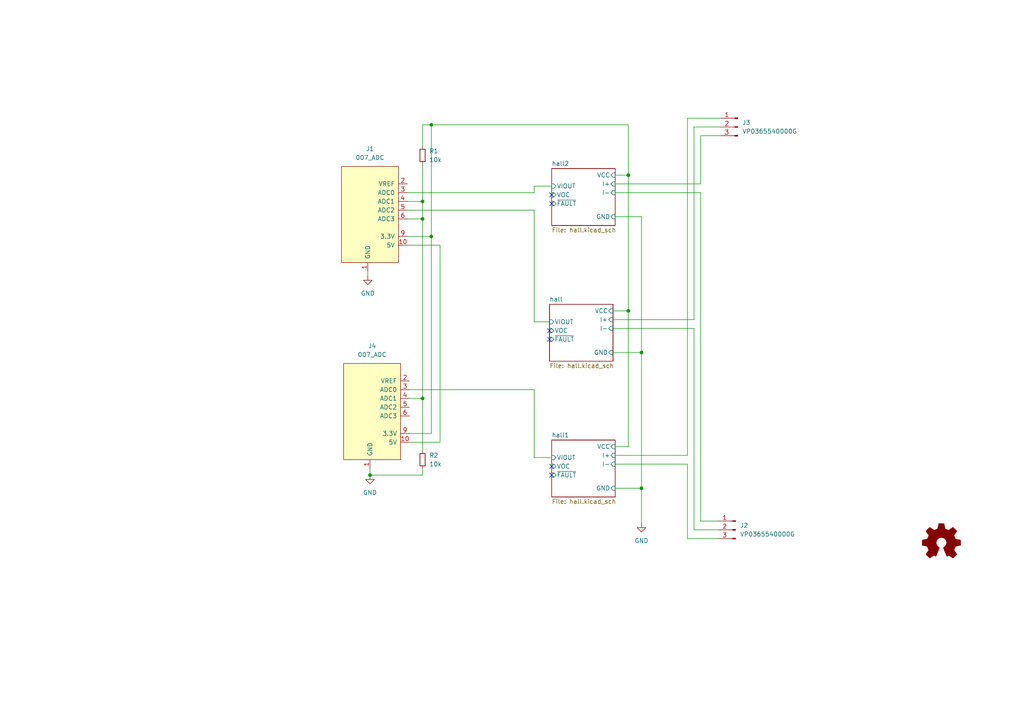
<source format=kicad_sch>
(kicad_sch (version 20211123) (generator eeschema)

  (uuid 57732dd3-1162-4c3f-88bd-31bf473d124d)

  (paper "A4")

  (lib_symbols
    (symbol "Connector:Conn_01x03_Male" (pin_names (offset 1.016) hide) (in_bom yes) (on_board yes)
      (property "Reference" "J" (id 0) (at 0 5.08 0)
        (effects (font (size 1.27 1.27)))
      )
      (property "Value" "Conn_01x03_Male" (id 1) (at 0 -5.08 0)
        (effects (font (size 1.27 1.27)))
      )
      (property "Footprint" "" (id 2) (at 0 0 0)
        (effects (font (size 1.27 1.27)) hide)
      )
      (property "Datasheet" "~" (id 3) (at 0 0 0)
        (effects (font (size 1.27 1.27)) hide)
      )
      (property "ki_keywords" "connector" (id 4) (at 0 0 0)
        (effects (font (size 1.27 1.27)) hide)
      )
      (property "ki_description" "Generic connector, single row, 01x03, script generated (kicad-library-utils/schlib/autogen/connector/)" (id 5) (at 0 0 0)
        (effects (font (size 1.27 1.27)) hide)
      )
      (property "ki_fp_filters" "Connector*:*_1x??_*" (id 6) (at 0 0 0)
        (effects (font (size 1.27 1.27)) hide)
      )
      (symbol "Conn_01x03_Male_1_1"
        (polyline
          (pts
            (xy 1.27 -2.54)
            (xy 0.8636 -2.54)
          )
          (stroke (width 0.1524) (type default) (color 0 0 0 0))
          (fill (type none))
        )
        (polyline
          (pts
            (xy 1.27 0)
            (xy 0.8636 0)
          )
          (stroke (width 0.1524) (type default) (color 0 0 0 0))
          (fill (type none))
        )
        (polyline
          (pts
            (xy 1.27 2.54)
            (xy 0.8636 2.54)
          )
          (stroke (width 0.1524) (type default) (color 0 0 0 0))
          (fill (type none))
        )
        (rectangle (start 0.8636 -2.413) (end 0 -2.667)
          (stroke (width 0.1524) (type default) (color 0 0 0 0))
          (fill (type outline))
        )
        (rectangle (start 0.8636 0.127) (end 0 -0.127)
          (stroke (width 0.1524) (type default) (color 0 0 0 0))
          (fill (type outline))
        )
        (rectangle (start 0.8636 2.667) (end 0 2.413)
          (stroke (width 0.1524) (type default) (color 0 0 0 0))
          (fill (type outline))
        )
        (pin passive line (at 5.08 2.54 180) (length 3.81)
          (name "Pin_1" (effects (font (size 1.27 1.27))))
          (number "1" (effects (font (size 1.27 1.27))))
        )
        (pin passive line (at 5.08 0 180) (length 3.81)
          (name "Pin_2" (effects (font (size 1.27 1.27))))
          (number "2" (effects (font (size 1.27 1.27))))
        )
        (pin passive line (at 5.08 -2.54 180) (length 3.81)
          (name "Pin_3" (effects (font (size 1.27 1.27))))
          (number "3" (effects (font (size 1.27 1.27))))
        )
      )
    )
    (symbol "Device:R_Small" (pin_numbers hide) (pin_names (offset 0.254) hide) (in_bom yes) (on_board yes)
      (property "Reference" "R" (id 0) (at 0.762 0.508 0)
        (effects (font (size 1.27 1.27)) (justify left))
      )
      (property "Value" "R_Small" (id 1) (at 0.762 -1.016 0)
        (effects (font (size 1.27 1.27)) (justify left))
      )
      (property "Footprint" "" (id 2) (at 0 0 0)
        (effects (font (size 1.27 1.27)) hide)
      )
      (property "Datasheet" "~" (id 3) (at 0 0 0)
        (effects (font (size 1.27 1.27)) hide)
      )
      (property "ki_keywords" "R resistor" (id 4) (at 0 0 0)
        (effects (font (size 1.27 1.27)) hide)
      )
      (property "ki_description" "Resistor, small symbol" (id 5) (at 0 0 0)
        (effects (font (size 1.27 1.27)) hide)
      )
      (property "ki_fp_filters" "R_*" (id 6) (at 0 0 0)
        (effects (font (size 1.27 1.27)) hide)
      )
      (symbol "R_Small_0_1"
        (rectangle (start -0.762 1.778) (end 0.762 -1.778)
          (stroke (width 0.2032) (type default) (color 0 0 0 0))
          (fill (type none))
        )
      )
      (symbol "R_Small_1_1"
        (pin passive line (at 0 2.54 270) (length 0.762)
          (name "~" (effects (font (size 1.27 1.27))))
          (number "1" (effects (font (size 1.27 1.27))))
        )
        (pin passive line (at 0 -2.54 90) (length 0.762)
          (name "~" (effects (font (size 1.27 1.27))))
          (number "2" (effects (font (size 1.27 1.27))))
        )
      )
    )
    (symbol "Graphic:Logo_Open_Hardware_Small" (pin_names (offset 1.016)) (in_bom yes) (on_board yes)
      (property "Reference" "#LOGO" (id 0) (at 0 6.985 0)
        (effects (font (size 1.27 1.27)) hide)
      )
      (property "Value" "Logo_Open_Hardware_Small" (id 1) (at 0 -5.715 0)
        (effects (font (size 1.27 1.27)) hide)
      )
      (property "Footprint" "" (id 2) (at 0 0 0)
        (effects (font (size 1.27 1.27)) hide)
      )
      (property "Datasheet" "~" (id 3) (at 0 0 0)
        (effects (font (size 1.27 1.27)) hide)
      )
      (property "ki_keywords" "Logo" (id 4) (at 0 0 0)
        (effects (font (size 1.27 1.27)) hide)
      )
      (property "ki_description" "Open Hardware logo, small" (id 5) (at 0 0 0)
        (effects (font (size 1.27 1.27)) hide)
      )
      (symbol "Logo_Open_Hardware_Small_0_1"
        (polyline
          (pts
            (xy 3.3528 -4.3434)
            (xy 3.302 -4.318)
            (xy 3.175 -4.2418)
            (xy 2.9972 -4.1148)
            (xy 2.7686 -3.9624)
            (xy 2.54 -3.81)
            (xy 2.3622 -3.7084)
            (xy 2.2352 -3.6068)
            (xy 2.1844 -3.5814)
            (xy 2.159 -3.6068)
            (xy 2.0574 -3.6576)
            (xy 1.905 -3.7338)
            (xy 1.8034 -3.7846)
            (xy 1.6764 -3.8354)
            (xy 1.6002 -3.8354)
            (xy 1.6002 -3.8354)
            (xy 1.5494 -3.7338)
            (xy 1.4732 -3.5306)
            (xy 1.3462 -3.302)
            (xy 1.2446 -3.0226)
            (xy 1.1176 -2.7178)
            (xy 0.9652 -2.413)
            (xy 0.8636 -2.1082)
            (xy 0.7366 -1.8288)
            (xy 0.6604 -1.6256)
            (xy 0.6096 -1.4732)
            (xy 0.5842 -1.397)
            (xy 0.5842 -1.397)
            (xy 0.6604 -1.3208)
            (xy 0.7874 -1.2446)
            (xy 1.0414 -1.016)
            (xy 1.2954 -0.6858)
            (xy 1.4478 -0.3302)
            (xy 1.524 0.0762)
            (xy 1.4732 0.4572)
            (xy 1.3208 0.8128)
            (xy 1.0668 1.143)
            (xy 0.762 1.3716)
            (xy 0.4064 1.524)
            (xy 0 1.5748)
            (xy -0.381 1.5494)
            (xy -0.7366 1.397)
            (xy -1.0668 1.143)
            (xy -1.2192 0.9906)
            (xy -1.397 0.6604)
            (xy -1.524 0.3048)
            (xy -1.524 0.2286)
            (xy -1.4986 -0.1778)
            (xy -1.397 -0.5334)
            (xy -1.1938 -0.8636)
            (xy -0.9144 -1.143)
            (xy -0.8636 -1.1684)
            (xy -0.7366 -1.27)
            (xy -0.635 -1.3462)
            (xy -0.5842 -1.397)
            (xy -1.0668 -2.5908)
            (xy -1.143 -2.794)
            (xy -1.2954 -3.1242)
            (xy -1.397 -3.4036)
            (xy -1.4986 -3.6322)
            (xy -1.5748 -3.7846)
            (xy -1.6002 -3.8354)
            (xy -1.6002 -3.8354)
            (xy -1.651 -3.8354)
            (xy -1.7272 -3.81)
            (xy -1.905 -3.7338)
            (xy -2.0066 -3.683)
            (xy -2.1336 -3.6068)
            (xy -2.2098 -3.5814)
            (xy -2.2606 -3.6068)
            (xy -2.3622 -3.683)
            (xy -2.54 -3.81)
            (xy -2.7686 -3.9624)
            (xy -2.9718 -4.0894)
            (xy -3.1496 -4.2164)
            (xy -3.302 -4.318)
            (xy -3.3528 -4.3434)
            (xy -3.3782 -4.3434)
            (xy -3.429 -4.318)
            (xy -3.5306 -4.2164)
            (xy -3.7084 -4.064)
            (xy -3.937 -3.8354)
            (xy -3.9624 -3.81)
            (xy -4.1656 -3.6068)
            (xy -4.318 -3.4544)
            (xy -4.4196 -3.3274)
            (xy -4.445 -3.2766)
            (xy -4.445 -3.2766)
            (xy -4.4196 -3.2258)
            (xy -4.318 -3.0734)
            (xy -4.2164 -2.8956)
            (xy -4.064 -2.667)
            (xy -3.6576 -2.0828)
            (xy -3.8862 -1.5494)
            (xy -3.937 -1.3716)
            (xy -4.0386 -1.1684)
            (xy -4.0894 -1.0414)
            (xy -4.1148 -0.9652)
            (xy -4.191 -0.9398)
            (xy -4.318 -0.9144)
            (xy -4.5466 -0.8636)
            (xy -4.8006 -0.8128)
            (xy -5.0546 -0.7874)
            (xy -5.2578 -0.7366)
            (xy -5.4356 -0.7112)
            (xy -5.5118 -0.6858)
            (xy -5.5118 -0.6858)
            (xy -5.5372 -0.635)
            (xy -5.5372 -0.5588)
            (xy -5.5372 -0.4318)
            (xy -5.5626 -0.2286)
            (xy -5.5626 0.0762)
            (xy -5.5626 0.127)
            (xy -5.5372 0.4064)
            (xy -5.5372 0.635)
            (xy -5.5372 0.762)
            (xy -5.5372 0.8382)
            (xy -5.5372 0.8382)
            (xy -5.461 0.8382)
            (xy -5.3086 0.889)
            (xy -5.08 0.9144)
            (xy -4.826 0.9652)
            (xy -4.8006 0.9906)
            (xy -4.5466 1.0414)
            (xy -4.318 1.0668)
            (xy -4.1656 1.1176)
            (xy -4.0894 1.143)
            (xy -4.0894 1.143)
            (xy -4.0386 1.2446)
            (xy -3.9624 1.4224)
            (xy -3.8608 1.6256)
            (xy -3.7846 1.8288)
            (xy -3.7084 2.0066)
            (xy -3.6576 2.159)
            (xy -3.6322 2.2098)
            (xy -3.6322 2.2098)
            (xy -3.683 2.286)
            (xy -3.7592 2.413)
            (xy -3.8862 2.5908)
            (xy -4.064 2.8194)
            (xy -4.064 2.8448)
            (xy -4.2164 3.0734)
            (xy -4.3434 3.2512)
            (xy -4.4196 3.3782)
            (xy -4.445 3.4544)
            (xy -4.445 3.4544)
            (xy -4.3942 3.5052)
            (xy -4.2926 3.6322)
            (xy -4.1148 3.81)
            (xy -3.937 4.0132)
            (xy -3.8608 4.064)
            (xy -3.6576 4.2926)
            (xy -3.5052 4.4196)
            (xy -3.4036 4.4958)
            (xy -3.3528 4.5212)
            (xy -3.3528 4.5212)
            (xy -3.302 4.4704)
            (xy -3.1496 4.3688)
            (xy -2.9718 4.2418)
            (xy -2.7432 4.0894)
            (xy -2.7178 4.0894)
            (xy -2.4892 3.937)
            (xy -2.3114 3.81)
            (xy -2.1844 3.7084)
            (xy -2.1336 3.683)
            (xy -2.1082 3.683)
            (xy -2.032 3.7084)
            (xy -1.8542 3.7592)
            (xy -1.6764 3.8354)
            (xy -1.4732 3.937)
            (xy -1.27 4.0132)
            (xy -1.143 4.064)
            (xy -1.0668 4.1148)
            (xy -1.0668 4.1148)
            (xy -1.0414 4.191)
            (xy -1.016 4.3434)
            (xy -0.9652 4.572)
            (xy -0.9144 4.8514)
            (xy -0.889 4.9022)
            (xy -0.8382 5.1562)
            (xy -0.8128 5.3848)
            (xy -0.7874 5.5372)
            (xy -0.762 5.588)
            (xy -0.7112 5.6134)
            (xy -0.5842 5.6134)
            (xy -0.4064 5.6134)
            (xy -0.1524 5.6134)
            (xy 0.0762 5.6134)
            (xy 0.3302 5.6134)
            (xy 0.5334 5.6134)
            (xy 0.6858 5.588)
            (xy 0.7366 5.588)
            (xy 0.7366 5.588)
            (xy 0.762 5.5118)
            (xy 0.8128 5.334)
            (xy 0.8382 5.1054)
            (xy 0.9144 4.826)
            (xy 0.9144 4.7752)
            (xy 0.9652 4.5212)
            (xy 1.016 4.2926)
            (xy 1.0414 4.1402)
            (xy 1.0668 4.0894)
            (xy 1.0668 4.0894)
            (xy 1.1938 4.0386)
            (xy 1.3716 3.9624)
            (xy 1.5748 3.8608)
            (xy 2.0828 3.6576)
            (xy 2.7178 4.0894)
            (xy 2.7686 4.1402)
            (xy 2.9972 4.2926)
            (xy 3.175 4.4196)
            (xy 3.302 4.4958)
            (xy 3.3782 4.5212)
            (xy 3.3782 4.5212)
            (xy 3.429 4.4704)
            (xy 3.556 4.3434)
            (xy 3.7338 4.191)
            (xy 3.9116 3.9878)
            (xy 4.064 3.8354)
            (xy 4.2418 3.6576)
            (xy 4.3434 3.556)
            (xy 4.4196 3.4798)
            (xy 4.4196 3.429)
            (xy 4.4196 3.4036)
            (xy 4.3942 3.3274)
            (xy 4.2926 3.2004)
            (xy 4.1656 2.9972)
            (xy 4.0132 2.794)
            (xy 3.8862 2.5908)
            (xy 3.7592 2.3876)
            (xy 3.6576 2.2352)
            (xy 3.6322 2.159)
            (xy 3.6322 2.1336)
            (xy 3.683 2.0066)
            (xy 3.7592 1.8288)
            (xy 3.8608 1.6002)
            (xy 4.064 1.1176)
            (xy 4.3942 1.0414)
            (xy 4.5974 1.016)
            (xy 4.8768 0.9652)
            (xy 5.1308 0.9144)
            (xy 5.5372 0.8382)
            (xy 5.5626 -0.6604)
            (xy 5.4864 -0.6858)
            (xy 5.4356 -0.6858)
            (xy 5.2832 -0.7366)
            (xy 5.0546 -0.762)
            (xy 4.8006 -0.8128)
            (xy 4.5974 -0.8636)
            (xy 4.3688 -0.9144)
            (xy 4.2164 -0.9398)
            (xy 4.1402 -0.9398)
            (xy 4.1148 -0.9652)
            (xy 4.064 -1.0668)
            (xy 3.9878 -1.2446)
            (xy 3.9116 -1.4478)
            (xy 3.81 -1.651)
            (xy 3.7338 -1.8542)
            (xy 3.683 -2.0066)
            (xy 3.6576 -2.0828)
            (xy 3.683 -2.1336)
            (xy 3.7846 -2.2606)
            (xy 3.8862 -2.4638)
            (xy 4.0386 -2.667)
            (xy 4.191 -2.8956)
            (xy 4.318 -3.0734)
            (xy 4.3942 -3.2004)
            (xy 4.445 -3.2766)
            (xy 4.4196 -3.3274)
            (xy 4.3434 -3.429)
            (xy 4.1656 -3.5814)
            (xy 3.937 -3.8354)
            (xy 3.8862 -3.8608)
            (xy 3.683 -4.064)
            (xy 3.5306 -4.2164)
            (xy 3.4036 -4.318)
            (xy 3.3528 -4.3434)
          )
          (stroke (width 0) (type default) (color 0 0 0 0))
          (fill (type outline))
        )
      )
    )
    (symbol "power:GND" (power) (pin_names (offset 0)) (in_bom yes) (on_board yes)
      (property "Reference" "#PWR" (id 0) (at 0 -6.35 0)
        (effects (font (size 1.27 1.27)) hide)
      )
      (property "Value" "GND" (id 1) (at 0 -3.81 0)
        (effects (font (size 1.27 1.27)))
      )
      (property "Footprint" "" (id 2) (at 0 0 0)
        (effects (font (size 1.27 1.27)) hide)
      )
      (property "Datasheet" "" (id 3) (at 0 0 0)
        (effects (font (size 1.27 1.27)) hide)
      )
      (property "ki_keywords" "power-flag" (id 4) (at 0 0 0)
        (effects (font (size 1.27 1.27)) hide)
      )
      (property "ki_description" "Power symbol creates a global label with name \"GND\" , ground" (id 5) (at 0 0 0)
        (effects (font (size 1.27 1.27)) hide)
      )
      (symbol "GND_0_1"
        (polyline
          (pts
            (xy 0 0)
            (xy 0 -1.27)
            (xy 1.27 -1.27)
            (xy 0 -2.54)
            (xy -1.27 -1.27)
            (xy 0 -1.27)
          )
          (stroke (width 0) (type default) (color 0 0 0 0))
          (fill (type none))
        )
      )
      (symbol "GND_1_1"
        (pin power_in line (at 0 0 270) (length 0) hide
          (name "GND" (effects (font (size 1.27 1.27))))
          (number "1" (effects (font (size 1.27 1.27))))
        )
      )
    )
    (symbol "put_on_edge:007_ADC" (pin_names (offset 1.016)) (in_bom yes) (on_board yes)
      (property "Reference" "J" (id 0) (at -2.54 13.97 0)
        (effects (font (size 1.27 1.27)))
      )
      (property "Value" "007_ADC" (id 1) (at 8.89 13.97 0)
        (effects (font (size 1.27 1.27)))
      )
      (property "Footprint" "" (id 2) (at 7.62 16.51 0)
        (effects (font (size 1.27 1.27)) hide)
      )
      (property "Datasheet" "" (id 3) (at 7.62 16.51 0)
        (effects (font (size 1.27 1.27)) hide)
      )
      (symbol "007_ADC_0_1"
        (rectangle (start -8.89 12.7) (end 7.62 -15.24)
          (stroke (width 0) (type default) (color 0 0 0 0))
          (fill (type background))
        )
      )
      (symbol "007_ADC_1_1"
        (pin power_in line (at 0 -17.78 90) (length 2.54)
          (name "GND" (effects (font (size 1.27 1.27))))
          (number "1" (effects (font (size 1.27 1.27))))
        )
        (pin bidirectional line (at -11.43 -10.16 0) (length 2.54)
          (name "5V" (effects (font (size 1.27 1.27))))
          (number "10" (effects (font (size 1.27 1.27))))
        )
        (pin bidirectional line (at -11.43 7.62 0) (length 2.54)
          (name "VREF" (effects (font (size 1.27 1.27))))
          (number "2" (effects (font (size 1.27 1.27))))
        )
        (pin power_in line (at -11.43 5.08 0) (length 2.54)
          (name "ADC0" (effects (font (size 1.27 1.27))))
          (number "3" (effects (font (size 1.27 1.27))))
        )
        (pin bidirectional line (at -11.43 2.54 0) (length 2.54)
          (name "ADC1" (effects (font (size 1.27 1.27))))
          (number "4" (effects (font (size 1.27 1.27))))
        )
        (pin bidirectional line (at -11.43 0 0) (length 2.54)
          (name "ADC2" (effects (font (size 1.27 1.27))))
          (number "5" (effects (font (size 1.27 1.27))))
        )
        (pin bidirectional line (at -11.43 -2.54 0) (length 2.54)
          (name "ADC3" (effects (font (size 1.27 1.27))))
          (number "6" (effects (font (size 1.27 1.27))))
        )
        (pin bidirectional line (at -11.43 -7.62 0) (length 2.54)
          (name "3.3V" (effects (font (size 1.27 1.27))))
          (number "9" (effects (font (size 1.27 1.27))))
        )
      )
    )
  )

  (junction (at 186.055 141.605) (diameter 0) (color 0 0 0 0)
    (uuid 8c49e085-c823-414c-9182-8d43d84447cc)
  )
  (junction (at 186.055 102.235) (diameter 0) (color 0 0 0 0)
    (uuid 91e04b1c-49e4-4516-9910-ca6bc1c8c539)
  )
  (junction (at 107.315 137.795) (diameter 0) (color 0 0 0 0)
    (uuid 990485ac-8945-450c-9ab2-a5bbc6e4f2dc)
  )
  (junction (at 182.245 90.17) (diameter 0) (color 0 0 0 0)
    (uuid a938f2eb-6f64-4bd9-85e0-acb0fc0e4dea)
  )
  (junction (at 125.095 68.58) (diameter 0) (color 0 0 0 0)
    (uuid d8e1db75-176c-4c73-a4e7-e09a47f29e33)
  )
  (junction (at 182.245 50.8) (diameter 0) (color 0 0 0 0)
    (uuid d98074db-1c85-4abb-8dd6-399736945bc7)
  )
  (junction (at 122.555 115.57) (diameter 0) (color 0 0 0 0)
    (uuid d9d03663-0add-43dd-b2e8-0a88661b86de)
  )
  (junction (at 122.555 63.5) (diameter 0) (color 0 0 0 0)
    (uuid e24f5710-2043-4e8f-bbef-f1d0933c17ce)
  )
  (junction (at 122.555 58.42) (diameter 0) (color 0 0 0 0)
    (uuid f45b5bbf-6012-4576-a6c1-82abf0b2be9f)
  )
  (junction (at 125.095 36.195) (diameter 0) (color 0 0 0 0)
    (uuid fd25786d-a33f-4774-8e96-cf1c3b1964ca)
  )

  (no_connect (at 160.02 135.255) (uuid 5204d7b1-986c-49fe-94f3-60f8b19f8d0e))
  (no_connect (at 160.02 59.055) (uuid 5204d7b1-986c-49fe-94f3-60f8b19f8d0f))
  (no_connect (at 160.02 56.515) (uuid 5204d7b1-986c-49fe-94f3-60f8b19f8d10))
  (no_connect (at 159.385 95.885) (uuid 5204d7b1-986c-49fe-94f3-60f8b19f8d11))
  (no_connect (at 159.385 98.425) (uuid 5204d7b1-986c-49fe-94f3-60f8b19f8d12))
  (no_connect (at 160.02 137.795) (uuid 5204d7b1-986c-49fe-94f3-60f8b19f8d13))

  (wire (pts (xy 118.11 63.5) (xy 122.555 63.5))
    (stroke (width 0) (type default) (color 0 0 0 0))
    (uuid 01102856-c29b-405b-a9c7-bdb6a3dab1af)
  )
  (wire (pts (xy 118.11 71.12) (xy 127.635 71.12))
    (stroke (width 0) (type default) (color 0 0 0 0))
    (uuid 0160ae22-8e18-4bdf-9b3e-a331bd832c01)
  )
  (wire (pts (xy 203.2 151.13) (xy 203.2 55.88))
    (stroke (width 0) (type default) (color 0 0 0 0))
    (uuid 0aea3170-b661-4a99-bace-f9c74c1761c8)
  )
  (wire (pts (xy 118.11 60.96) (xy 154.94 60.96))
    (stroke (width 0) (type default) (color 0 0 0 0))
    (uuid 0c30daa3-1d56-4b4f-a3d9-8e77c869c689)
  )
  (wire (pts (xy 177.8 95.25) (xy 201.295 95.25))
    (stroke (width 0) (type default) (color 0 0 0 0))
    (uuid 0f58a761-1ef8-451f-951b-e57963763cbe)
  )
  (wire (pts (xy 203.2 39.37) (xy 208.915 39.37))
    (stroke (width 0) (type default) (color 0 0 0 0))
    (uuid 0f60ceac-168d-4cc6-895c-2a4e6e6b9822)
  )
  (wire (pts (xy 118.745 125.73) (xy 125.095 125.73))
    (stroke (width 0) (type default) (color 0 0 0 0))
    (uuid 144a7745-e5b1-4115-8599-d5f8ad2ccdac)
  )
  (wire (pts (xy 122.555 137.795) (xy 107.315 137.795))
    (stroke (width 0) (type default) (color 0 0 0 0))
    (uuid 15525ec5-c71b-417c-8910-655c328734c5)
  )
  (wire (pts (xy 118.745 115.57) (xy 122.555 115.57))
    (stroke (width 0) (type default) (color 0 0 0 0))
    (uuid 20f1b411-30c0-440e-a42f-293dcee33100)
  )
  (wire (pts (xy 186.055 141.605) (xy 186.055 151.765))
    (stroke (width 0) (type default) (color 0 0 0 0))
    (uuid 24822527-815f-4981-97fa-5b2c704fb86e)
  )
  (wire (pts (xy 118.11 55.88) (xy 154.94 55.88))
    (stroke (width 0) (type default) (color 0 0 0 0))
    (uuid 26005890-4b92-4b75-b00e-1259f7d66f8e)
  )
  (wire (pts (xy 208.28 151.13) (xy 203.2 151.13))
    (stroke (width 0) (type default) (color 0 0 0 0))
    (uuid 26327f96-2c7a-45b4-a18f-7d64128527aa)
  )
  (wire (pts (xy 154.94 113.03) (xy 154.94 132.715))
    (stroke (width 0) (type default) (color 0 0 0 0))
    (uuid 30a21377-07cd-4182-a64e-abe30cc55591)
  )
  (wire (pts (xy 178.435 53.34) (xy 203.2 53.34))
    (stroke (width 0) (type default) (color 0 0 0 0))
    (uuid 3163a7f1-19b6-4c1e-80b3-590a08b345a1)
  )
  (wire (pts (xy 122.555 135.89) (xy 122.555 137.795))
    (stroke (width 0) (type default) (color 0 0 0 0))
    (uuid 339c8995-a13a-42f2-b2b1-5da0bc41f30a)
  )
  (wire (pts (xy 122.555 63.5) (xy 122.555 58.42))
    (stroke (width 0) (type default) (color 0 0 0 0))
    (uuid 38e86cc4-6813-4ad9-8f0c-83127c4725ac)
  )
  (wire (pts (xy 178.435 134.62) (xy 199.39 134.62))
    (stroke (width 0) (type default) (color 0 0 0 0))
    (uuid 3e4fe745-81c5-4862-9363-3e86d3eb836b)
  )
  (wire (pts (xy 177.8 102.235) (xy 186.055 102.235))
    (stroke (width 0) (type default) (color 0 0 0 0))
    (uuid 410c0fd8-1233-43a1-8bb4-6ee7f8f54314)
  )
  (wire (pts (xy 122.555 115.57) (xy 122.555 130.81))
    (stroke (width 0) (type default) (color 0 0 0 0))
    (uuid 4864cb1a-e8a5-4e16-b78b-80cf99853785)
  )
  (wire (pts (xy 154.94 93.345) (xy 159.385 93.345))
    (stroke (width 0) (type default) (color 0 0 0 0))
    (uuid 494bcc78-2826-49f7-9be8-24815fc413af)
  )
  (wire (pts (xy 201.295 153.67) (xy 208.28 153.67))
    (stroke (width 0) (type default) (color 0 0 0 0))
    (uuid 4b74335d-466b-46a6-be3f-02e84254532b)
  )
  (wire (pts (xy 154.94 53.975) (xy 160.02 53.975))
    (stroke (width 0) (type default) (color 0 0 0 0))
    (uuid 52353773-a391-44a7-b7f9-4f9341842aee)
  )
  (wire (pts (xy 125.095 36.195) (xy 125.095 68.58))
    (stroke (width 0) (type default) (color 0 0 0 0))
    (uuid 54fe6757-3f2e-4532-8bb9-63d25be2fe19)
  )
  (wire (pts (xy 122.555 58.42) (xy 118.11 58.42))
    (stroke (width 0) (type default) (color 0 0 0 0))
    (uuid 5cfc0788-29e1-4d9a-8ec3-2c9a82258063)
  )
  (wire (pts (xy 201.295 36.83) (xy 201.295 92.71))
    (stroke (width 0) (type default) (color 0 0 0 0))
    (uuid 5f381d3d-7a3a-463a-8ef5-6b9296672a9a)
  )
  (wire (pts (xy 182.245 129.54) (xy 178.435 129.54))
    (stroke (width 0) (type default) (color 0 0 0 0))
    (uuid 637038e4-c161-4ed2-943c-0c070ba84eb2)
  )
  (wire (pts (xy 154.94 60.96) (xy 154.94 93.345))
    (stroke (width 0) (type default) (color 0 0 0 0))
    (uuid 666e6e81-16ab-4222-b3a0-9e0fadc27315)
  )
  (wire (pts (xy 178.435 132.08) (xy 199.39 132.08))
    (stroke (width 0) (type default) (color 0 0 0 0))
    (uuid 6ca54733-a23b-47de-a507-af3c4317829b)
  )
  (wire (pts (xy 186.055 62.865) (xy 186.055 102.235))
    (stroke (width 0) (type default) (color 0 0 0 0))
    (uuid 717ecb60-ac5a-4afc-b4b3-ac3b3ca1e1ea)
  )
  (wire (pts (xy 182.245 90.17) (xy 177.8 90.17))
    (stroke (width 0) (type default) (color 0 0 0 0))
    (uuid 72877c9b-caa7-4270-aa28-a79728aeaa28)
  )
  (wire (pts (xy 107.315 137.795) (xy 107.315 135.89))
    (stroke (width 0) (type default) (color 0 0 0 0))
    (uuid 72d2d7d8-973a-49d8-b715-7a470514b914)
  )
  (wire (pts (xy 125.095 68.58) (xy 125.095 125.73))
    (stroke (width 0) (type default) (color 0 0 0 0))
    (uuid 73581bc1-82ec-44a7-afab-8599e32f311a)
  )
  (wire (pts (xy 199.39 34.29) (xy 199.39 132.08))
    (stroke (width 0) (type default) (color 0 0 0 0))
    (uuid 774acf64-3ba2-4f91-9f38-90866de76d25)
  )
  (wire (pts (xy 182.245 50.8) (xy 182.245 36.195))
    (stroke (width 0) (type default) (color 0 0 0 0))
    (uuid 7915621a-81dd-4cbe-8553-82e3bb76719c)
  )
  (wire (pts (xy 199.39 34.29) (xy 208.915 34.29))
    (stroke (width 0) (type default) (color 0 0 0 0))
    (uuid 86153d4a-8bc1-44e3-8cd2-e998b59c69f9)
  )
  (wire (pts (xy 203.2 53.34) (xy 203.2 39.37))
    (stroke (width 0) (type default) (color 0 0 0 0))
    (uuid 8aad4789-7da4-404a-b58b-eab2b7875dd2)
  )
  (wire (pts (xy 178.435 55.88) (xy 203.2 55.88))
    (stroke (width 0) (type default) (color 0 0 0 0))
    (uuid 8c382f9b-df46-473f-bfc3-ccf021cd82f3)
  )
  (wire (pts (xy 154.94 132.715) (xy 160.02 132.715))
    (stroke (width 0) (type default) (color 0 0 0 0))
    (uuid 8cee8b18-d2bb-48d5-bc16-15a07dfea75c)
  )
  (wire (pts (xy 118.745 113.03) (xy 154.94 113.03))
    (stroke (width 0) (type default) (color 0 0 0 0))
    (uuid 8e6d0ea4-930d-478f-90ee-3e3582985d44)
  )
  (wire (pts (xy 182.245 36.195) (xy 125.095 36.195))
    (stroke (width 0) (type default) (color 0 0 0 0))
    (uuid 95fc0be5-28e9-4272-a6f1-f5fde4678e35)
  )
  (wire (pts (xy 127.635 128.27) (xy 118.745 128.27))
    (stroke (width 0) (type default) (color 0 0 0 0))
    (uuid a43a0ca8-839f-4a44-9a06-58b487f17d28)
  )
  (wire (pts (xy 106.68 78.74) (xy 106.68 80.01))
    (stroke (width 0) (type default) (color 0 0 0 0))
    (uuid a6010290-b091-4461-a3dd-0de2e7c95a9d)
  )
  (wire (pts (xy 199.39 156.21) (xy 199.39 134.62))
    (stroke (width 0) (type default) (color 0 0 0 0))
    (uuid b44fcc5f-9d38-4f7d-a300-5233b5f509ec)
  )
  (wire (pts (xy 154.94 55.88) (xy 154.94 53.975))
    (stroke (width 0) (type default) (color 0 0 0 0))
    (uuid b5d5a69d-9c1d-4a61-9431-d7162039f9e2)
  )
  (wire (pts (xy 127.635 71.12) (xy 127.635 128.27))
    (stroke (width 0) (type default) (color 0 0 0 0))
    (uuid c0756845-4946-40f4-ad67-517a16bee36f)
  )
  (wire (pts (xy 178.435 141.605) (xy 186.055 141.605))
    (stroke (width 0) (type default) (color 0 0 0 0))
    (uuid c62a24df-7a2b-49f4-8799-aea31b4fec75)
  )
  (wire (pts (xy 122.555 47.625) (xy 122.555 58.42))
    (stroke (width 0) (type default) (color 0 0 0 0))
    (uuid c82769bc-c3bc-4b31-8ce3-f352921ef22f)
  )
  (wire (pts (xy 182.245 50.8) (xy 182.245 90.17))
    (stroke (width 0) (type default) (color 0 0 0 0))
    (uuid cb7420ed-5b11-4e30-9c1b-d6d9612f34ca)
  )
  (wire (pts (xy 122.555 42.545) (xy 122.555 36.195))
    (stroke (width 0) (type default) (color 0 0 0 0))
    (uuid cc3f9dad-1ccc-4fd1-960d-447db0fde19a)
  )
  (wire (pts (xy 201.295 36.83) (xy 208.915 36.83))
    (stroke (width 0) (type default) (color 0 0 0 0))
    (uuid cdb0b4ad-9bf9-432d-90d6-5eaf3383b3e3)
  )
  (wire (pts (xy 186.055 102.235) (xy 186.055 141.605))
    (stroke (width 0) (type default) (color 0 0 0 0))
    (uuid d696aecc-29d5-4137-850b-4bff012f6b6d)
  )
  (wire (pts (xy 208.28 156.21) (xy 199.39 156.21))
    (stroke (width 0) (type default) (color 0 0 0 0))
    (uuid d9a7dc30-0aa4-4260-9646-ccab98726244)
  )
  (wire (pts (xy 122.555 36.195) (xy 125.095 36.195))
    (stroke (width 0) (type default) (color 0 0 0 0))
    (uuid de69a0cf-0298-4c3a-978d-f67cb006c4e4)
  )
  (wire (pts (xy 125.095 68.58) (xy 118.11 68.58))
    (stroke (width 0) (type default) (color 0 0 0 0))
    (uuid e63d2555-ac17-4958-b020-a780a87db8cf)
  )
  (wire (pts (xy 178.435 62.865) (xy 186.055 62.865))
    (stroke (width 0) (type default) (color 0 0 0 0))
    (uuid f07d92b3-ce0d-4e87-960a-8d5318ee9a43)
  )
  (wire (pts (xy 182.245 90.17) (xy 182.245 129.54))
    (stroke (width 0) (type default) (color 0 0 0 0))
    (uuid f5182682-41c4-4f08-8925-2c89f2997aa0)
  )
  (wire (pts (xy 122.555 63.5) (xy 122.555 115.57))
    (stroke (width 0) (type default) (color 0 0 0 0))
    (uuid f55e9eaf-3783-43ba-88ab-4e81653a0f88)
  )
  (wire (pts (xy 177.8 92.71) (xy 201.295 92.71))
    (stroke (width 0) (type default) (color 0 0 0 0))
    (uuid fa6d6ec2-7785-4cd2-8d27-b010a932a134)
  )
  (wire (pts (xy 178.435 50.8) (xy 182.245 50.8))
    (stroke (width 0) (type default) (color 0 0 0 0))
    (uuid fc5dd3ce-4dbb-4117-af29-da3cd8b10329)
  )
  (wire (pts (xy 201.295 95.25) (xy 201.295 153.67))
    (stroke (width 0) (type default) (color 0 0 0 0))
    (uuid fe9cb699-5ab7-4538-b4c0-aa43790ae349)
  )

  (symbol (lib_id "power:GND") (at 106.68 80.01 0) (unit 1)
    (in_bom yes) (on_board yes) (fields_autoplaced)
    (uuid 101f2ded-16e5-48ad-b350-4863099c2ccf)
    (property "Reference" "#PWR0101" (id 0) (at 106.68 86.36 0)
      (effects (font (size 1.27 1.27)) hide)
    )
    (property "Value" "GND" (id 1) (at 106.68 85.09 0))
    (property "Footprint" "" (id 2) (at 106.68 80.01 0)
      (effects (font (size 1.27 1.27)) hide)
    )
    (property "Datasheet" "" (id 3) (at 106.68 80.01 0)
      (effects (font (size 1.27 1.27)) hide)
    )
    (pin "1" (uuid a25c0df7-4830-4f24-88e1-06767efece92))
  )

  (symbol (lib_id "Connector:Conn_01x03_Male") (at 213.995 36.83 0) (mirror y) (unit 1)
    (in_bom yes) (on_board yes) (fields_autoplaced)
    (uuid 1ad935e1-fdc1-4c2a-b038-eecde38ef3c0)
    (property "Reference" "J3" (id 0) (at 215.265 35.5599 0)
      (effects (font (size 1.27 1.27)) (justify right))
    )
    (property "Value" "VP0365540000G" (id 1) (at 215.265 38.0999 0)
      (effects (font (size 1.27 1.27)) (justify right))
    )
    (property "Footprint" "b129:VP0365540000G" (id 2) (at 213.995 36.83 0)
      (effects (font (size 1.27 1.27)) hide)
    )
    (property "Datasheet" "~" (id 3) (at 213.995 36.83 0)
      (effects (font (size 1.27 1.27)) hide)
    )
    (property "MPN" "VP0365540000G" (id 4) (at 213.995 36.83 0)
      (effects (font (size 1.27 1.27)) hide)
    )
    (pin "1" (uuid 45305be2-2731-466c-b07f-746666b167fd))
    (pin "2" (uuid 43a07fac-bcb9-45d6-b851-d7349124446a))
    (pin "3" (uuid b4bc985a-4080-4275-88a1-a9ab862258b3))
  )

  (symbol (lib_id "power:GND") (at 107.315 137.795 0) (unit 1)
    (in_bom yes) (on_board yes) (fields_autoplaced)
    (uuid 342de7ec-b02c-4948-a757-4da5202c1c30)
    (property "Reference" "#PWR0103" (id 0) (at 107.315 144.145 0)
      (effects (font (size 1.27 1.27)) hide)
    )
    (property "Value" "GND" (id 1) (at 107.315 142.875 0))
    (property "Footprint" "" (id 2) (at 107.315 137.795 0)
      (effects (font (size 1.27 1.27)) hide)
    )
    (property "Datasheet" "" (id 3) (at 107.315 137.795 0)
      (effects (font (size 1.27 1.27)) hide)
    )
    (pin "1" (uuid 6cb31f66-f89a-4b9c-a573-f0681d419366))
  )

  (symbol (lib_id "Connector:Conn_01x03_Male") (at 213.36 153.67 0) (mirror y) (unit 1)
    (in_bom yes) (on_board yes) (fields_autoplaced)
    (uuid 3bd6de83-bb4c-42b2-adea-917316148bf7)
    (property "Reference" "J2" (id 0) (at 214.63 152.3999 0)
      (effects (font (size 1.27 1.27)) (justify right))
    )
    (property "Value" "VP0365540000G" (id 1) (at 214.63 154.9399 0)
      (effects (font (size 1.27 1.27)) (justify right))
    )
    (property "Footprint" "b129:VP0365540000G" (id 2) (at 213.36 153.67 0)
      (effects (font (size 1.27 1.27)) hide)
    )
    (property "Datasheet" "~" (id 3) (at 213.36 153.67 0)
      (effects (font (size 1.27 1.27)) hide)
    )
    (property "MPN" "VP0365540000G" (id 4) (at 213.36 153.67 0)
      (effects (font (size 1.27 1.27)) hide)
    )
    (pin "1" (uuid 3e074d83-6ee3-4d46-8fb7-a0f364a303eb))
    (pin "2" (uuid 15a5f6c7-c88a-4094-95ab-437039b13ad4))
    (pin "3" (uuid 4970b9d5-c4d1-4270-bd8c-f78777a2f35f))
  )

  (symbol (lib_id "put_on_edge:007_ADC") (at 106.68 60.96 0) (mirror y) (unit 1)
    (in_bom yes) (on_board yes) (fields_autoplaced)
    (uuid 7bdc3850-8017-400f-a6be-5d88a59d4369)
    (property "Reference" "J1" (id 0) (at 107.315 43.18 0))
    (property "Value" "007_ADC" (id 1) (at 107.315 45.72 0))
    (property "Footprint" "on_edge:on_edge_2x05_device" (id 2) (at 99.06 44.45 0)
      (effects (font (size 1.27 1.27)) hide)
    )
    (property "Datasheet" "" (id 3) (at 99.06 44.45 0)
      (effects (font (size 1.27 1.27)) hide)
    )
    (pin "1" (uuid 62255392-db78-4158-8a77-0242df354f7f))
    (pin "10" (uuid 6cd49677-7254-48cc-9a3c-00b0eb74a5fb))
    (pin "2" (uuid 5d681572-6675-4255-b998-902ac5177d0c))
    (pin "3" (uuid e7d79842-b3b8-43d9-96cf-1a63845eb892))
    (pin "4" (uuid 9a197799-81ff-4ce7-ae83-eefb0018760c))
    (pin "5" (uuid 14e1e490-7c2d-4116-a340-f87fefbcc972))
    (pin "6" (uuid 9bf28cff-763f-44d0-ad6d-e78dab57182b))
    (pin "9" (uuid 6d5ee355-6163-4e4e-9588-341d692ecf5d))
  )

  (symbol (lib_id "power:GND") (at 186.055 151.765 0) (unit 1)
    (in_bom yes) (on_board yes) (fields_autoplaced)
    (uuid 82deeb5f-5f97-4d93-a1ea-f3fcf6de807a)
    (property "Reference" "#PWR0102" (id 0) (at 186.055 158.115 0)
      (effects (font (size 1.27 1.27)) hide)
    )
    (property "Value" "GND" (id 1) (at 186.055 156.845 0))
    (property "Footprint" "" (id 2) (at 186.055 151.765 0)
      (effects (font (size 1.27 1.27)) hide)
    )
    (property "Datasheet" "" (id 3) (at 186.055 151.765 0)
      (effects (font (size 1.27 1.27)) hide)
    )
    (pin "1" (uuid 4929fd2d-d35c-4868-a0f6-d7001b67b04f))
  )

  (symbol (lib_id "put_on_edge:007_ADC") (at 107.315 118.11 0) (mirror y) (unit 1)
    (in_bom yes) (on_board yes) (fields_autoplaced)
    (uuid b58dbe54-2de0-4683-b4c0-74737f45c960)
    (property "Reference" "J4" (id 0) (at 107.95 100.33 0))
    (property "Value" "007_ADC" (id 1) (at 107.95 102.87 0))
    (property "Footprint" "on_edge:on_edge_2x05_device" (id 2) (at 99.695 101.6 0)
      (effects (font (size 1.27 1.27)) hide)
    )
    (property "Datasheet" "" (id 3) (at 99.695 101.6 0)
      (effects (font (size 1.27 1.27)) hide)
    )
    (pin "1" (uuid 1db9912b-47a9-49f0-b3b5-e3b58df112dd))
    (pin "10" (uuid 1727c0c0-4ebb-474e-94b1-18c7a4984099))
    (pin "2" (uuid f2652503-0a15-4086-9619-47446c06d8d8))
    (pin "3" (uuid 8c93bf35-f7a6-4bf5-b6db-f4ab2d5b645e))
    (pin "4" (uuid d69bff83-096a-4d91-a588-71be8684aacc))
    (pin "5" (uuid 3695ce7f-1f77-42cc-84ab-03cc02c85d6b))
    (pin "6" (uuid ba27615f-fa91-4579-b2dc-2d99f621a8c9))
    (pin "9" (uuid 69ceaf41-d25b-4a76-85a9-1b38bbd7a999))
  )

  (symbol (lib_id "Graphic:Logo_Open_Hardware_Small") (at 273.05 157.48 0) (unit 1)
    (in_bom yes) (on_board yes) (fields_autoplaced)
    (uuid b72b6f4a-7489-40f2-bb90-d75ae01aa368)
    (property "Reference" "LOGO1" (id 0) (at 273.05 150.495 0)
      (effects (font (size 1.27 1.27)) hide)
    )
    (property "Value" "Logo_Open_Hardware_Small" (id 1) (at 273.05 163.195 0)
      (effects (font (size 1.27 1.27)) hide)
    )
    (property "Footprint" "Symbol:OSHW-Symbol_6.7x6mm_SilkScreen" (id 2) (at 273.05 157.48 0)
      (effects (font (size 1.27 1.27)) hide)
    )
    (property "Datasheet" "~" (id 3) (at 273.05 157.48 0)
      (effects (font (size 1.27 1.27)) hide)
    )
  )

  (symbol (lib_id "Device:R_Small") (at 122.555 45.085 0) (unit 1)
    (in_bom yes) (on_board yes) (fields_autoplaced)
    (uuid cf69c97c-9de8-4eed-bbdd-3be0701a871c)
    (property "Reference" "R1" (id 0) (at 124.46 43.8149 0)
      (effects (font (size 1.27 1.27)) (justify left))
    )
    (property "Value" "10k" (id 1) (at 124.46 46.3549 0)
      (effects (font (size 1.27 1.27)) (justify left))
    )
    (property "Footprint" "Capacitor_SMD:C_0603_1608Metric" (id 2) (at 122.555 45.085 0)
      (effects (font (size 1.27 1.27)) hide)
    )
    (property "Datasheet" "~" (id 3) (at 122.555 45.085 0)
      (effects (font (size 1.27 1.27)) hide)
    )
    (pin "1" (uuid 8dd7bd8b-b539-4277-bd8d-0b71fc72c4b5))
    (pin "2" (uuid 445f329f-37c2-4e03-bf54-d2f4a4014090))
  )

  (symbol (lib_id "Device:R_Small") (at 122.555 133.35 0) (unit 1)
    (in_bom yes) (on_board yes) (fields_autoplaced)
    (uuid ef4df4e4-b47b-40d3-bfea-1e0bb36010f2)
    (property "Reference" "R2" (id 0) (at 124.46 132.0799 0)
      (effects (font (size 1.27 1.27)) (justify left))
    )
    (property "Value" "10k" (id 1) (at 124.46 134.6199 0)
      (effects (font (size 1.27 1.27)) (justify left))
    )
    (property "Footprint" "Capacitor_SMD:C_0603_1608Metric" (id 2) (at 122.555 133.35 0)
      (effects (font (size 1.27 1.27)) hide)
    )
    (property "Datasheet" "~" (id 3) (at 122.555 133.35 0)
      (effects (font (size 1.27 1.27)) hide)
    )
    (pin "1" (uuid 3dce8203-50c5-43ab-a2eb-6377f12cb7b1))
    (pin "2" (uuid 52e0023e-f208-4551-86a1-20e4b820451d))
  )

  (sheet (at 160.02 48.895) (size 18.415 16.51) (fields_autoplaced)
    (stroke (width 0.1524) (type solid) (color 0 0 0 0))
    (fill (color 0 0 0 0.0000))
    (uuid 2b7bb25a-856a-4c55-a739-459a7cf854dd)
    (property "Sheet name" "hall2" (id 0) (at 160.02 48.1834 0)
      (effects (font (size 1.27 1.27)) (justify left bottom))
    )
    (property "Sheet file" "hall.kicad_sch" (id 1) (at 160.02 65.9896 0)
      (effects (font (size 1.27 1.27)) (justify left top))
    )
    (pin "GND" input (at 178.435 62.865 0)
      (effects (font (size 1.27 1.27)) (justify right))
      (uuid 5cd04576-dbd8-4b1e-a150-b52371d351b4)
    )
    (pin "VCC" input (at 178.435 50.8 0)
      (effects (font (size 1.27 1.27)) (justify right))
      (uuid c412d095-ef3e-4fdf-9da7-511ba77aac04)
    )
    (pin "VOC" input (at 160.02 56.515 180)
      (effects (font (size 1.27 1.27)) (justify left))
      (uuid 8d46bce8-267e-438d-9064-e5965c86174a)
    )
    (pin "~{FAULT}" input (at 160.02 59.055 180)
      (effects (font (size 1.27 1.27)) (justify left))
      (uuid ac3cbc99-a387-40cc-87b1-ad10d1a055a0)
    )
    (pin "VIOUT" input (at 160.02 53.975 180)
      (effects (font (size 1.27 1.27)) (justify left))
      (uuid d76e11b0-2819-4647-8036-dd3527f6602e)
    )
    (pin "I+" input (at 178.435 53.34 0)
      (effects (font (size 1.27 1.27)) (justify right))
      (uuid 1a736b44-d0af-4c71-b88d-c3f0d3202fab)
    )
    (pin "I-" input (at 178.435 55.88 0)
      (effects (font (size 1.27 1.27)) (justify right))
      (uuid ec329806-c105-423f-a0bc-1ecf4b0bcd7c)
    )
  )

  (sheet (at 159.385 88.265) (size 18.415 16.51) (fields_autoplaced)
    (stroke (width 0.1524) (type solid) (color 0 0 0 0))
    (fill (color 0 0 0 0.0000))
    (uuid 767ce4c6-0e55-4543-92f0-34cb8237a544)
    (property "Sheet name" "hall" (id 0) (at 159.385 87.5534 0)
      (effects (font (size 1.27 1.27)) (justify left bottom))
    )
    (property "Sheet file" "hall.kicad_sch" (id 1) (at 159.385 105.3596 0)
      (effects (font (size 1.27 1.27)) (justify left top))
    )
    (pin "GND" input (at 177.8 102.235 0)
      (effects (font (size 1.27 1.27)) (justify right))
      (uuid 466cf29f-04d2-4303-aa26-8ec28548d2f2)
    )
    (pin "VCC" input (at 177.8 90.17 0)
      (effects (font (size 1.27 1.27)) (justify right))
      (uuid 8f0fe036-701a-4e4c-8d4a-83c40e55b9c7)
    )
    (pin "VOC" input (at 159.385 95.885 180)
      (effects (font (size 1.27 1.27)) (justify left))
      (uuid e93b2073-d1b6-4e86-8139-cacdf2bc9d06)
    )
    (pin "~{FAULT}" input (at 159.385 98.425 180)
      (effects (font (size 1.27 1.27)) (justify left))
      (uuid b96ec81a-22de-43b1-b824-17e78a9575eb)
    )
    (pin "VIOUT" input (at 159.385 93.345 180)
      (effects (font (size 1.27 1.27)) (justify left))
      (uuid 020d2e38-d576-4398-8e96-bb763681580e)
    )
    (pin "I+" input (at 177.8 92.71 0)
      (effects (font (size 1.27 1.27)) (justify right))
      (uuid ba4ffb5d-6c26-43ed-9907-9d4a3177dcb9)
    )
    (pin "I-" input (at 177.8 95.25 0)
      (effects (font (size 1.27 1.27)) (justify right))
      (uuid d79d2f06-47f8-401e-8420-255560e3e3f9)
    )
  )

  (sheet (at 160.02 127.635) (size 18.415 16.51) (fields_autoplaced)
    (stroke (width 0.1524) (type solid) (color 0 0 0 0))
    (fill (color 0 0 0 0.0000))
    (uuid a044db69-3f88-4700-9d6e-16e2e655c7d6)
    (property "Sheet name" "hall1" (id 0) (at 160.02 126.9234 0)
      (effects (font (size 1.27 1.27)) (justify left bottom))
    )
    (property "Sheet file" "hall.kicad_sch" (id 1) (at 160.02 144.7296 0)
      (effects (font (size 1.27 1.27)) (justify left top))
    )
    (pin "GND" input (at 178.435 141.605 0)
      (effects (font (size 1.27 1.27)) (justify right))
      (uuid d7b00a81-26d8-4c4a-8034-a12ff1c3ceb7)
    )
    (pin "VCC" input (at 178.435 129.54 0)
      (effects (font (size 1.27 1.27)) (justify right))
      (uuid f45440d6-8ca1-4ac4-a0a7-3760cc071203)
    )
    (pin "VOC" input (at 160.02 135.255 180)
      (effects (font (size 1.27 1.27)) (justify left))
      (uuid e681c102-a029-4138-953c-c3873bf891c5)
    )
    (pin "~{FAULT}" input (at 160.02 137.795 180)
      (effects (font (size 1.27 1.27)) (justify left))
      (uuid 21402b63-9958-4841-98bc-31b6e7441f1e)
    )
    (pin "VIOUT" input (at 160.02 132.715 180)
      (effects (font (size 1.27 1.27)) (justify left))
      (uuid 62c26cca-ff72-4efa-bc9d-c41d728b0cfe)
    )
    (pin "I+" input (at 178.435 132.08 0)
      (effects (font (size 1.27 1.27)) (justify right))
      (uuid 6e808e36-a550-459e-8b10-c848b21b8899)
    )
    (pin "I-" input (at 178.435 134.62 0)
      (effects (font (size 1.27 1.27)) (justify right))
      (uuid 523f576a-5486-4185-9514-8cb3991ee455)
    )
  )

  (sheet_instances
    (path "/" (page "1"))
    (path "/767ce4c6-0e55-4543-92f0-34cb8237a544" (page "2"))
    (path "/a044db69-3f88-4700-9d6e-16e2e655c7d6" (page "3"))
    (path "/2b7bb25a-856a-4c55-a739-459a7cf854dd" (page "4"))
  )

  (symbol_instances
    (path "/101f2ded-16e5-48ad-b350-4863099c2ccf"
      (reference "#PWR0101") (unit 1) (value "GND") (footprint "")
    )
    (path "/82deeb5f-5f97-4d93-a1ea-f3fcf6de807a"
      (reference "#PWR0102") (unit 1) (value "GND") (footprint "")
    )
    (path "/342de7ec-b02c-4948-a757-4da5202c1c30"
      (reference "#PWR0103") (unit 1) (value "GND") (footprint "")
    )
    (path "/767ce4c6-0e55-4543-92f0-34cb8237a544/5bdc639b-84fc-433b-aa4e-81366df603c4"
      (reference "C1") (unit 1) (value "100nF") (footprint "Capacitor_SMD:C_0603_1608Metric")
    )
    (path "/a044db69-3f88-4700-9d6e-16e2e655c7d6/5bdc639b-84fc-433b-aa4e-81366df603c4"
      (reference "C2") (unit 1) (value "100nF") (footprint "Capacitor_SMD:C_0603_1608Metric")
    )
    (path "/2b7bb25a-856a-4c55-a739-459a7cf854dd/5bdc639b-84fc-433b-aa4e-81366df603c4"
      (reference "C3") (unit 1) (value "100nF") (footprint "Capacitor_SMD:C_0603_1608Metric")
    )
    (path "/7bdc3850-8017-400f-a6be-5d88a59d4369"
      (reference "J1") (unit 1) (value "007_ADC") (footprint "on_edge:on_edge_2x05_device")
    )
    (path "/3bd6de83-bb4c-42b2-adea-917316148bf7"
      (reference "J2") (unit 1) (value "VP0365540000G") (footprint "b129:VP0365540000G")
    )
    (path "/1ad935e1-fdc1-4c2a-b038-eecde38ef3c0"
      (reference "J3") (unit 1) (value "VP0365540000G") (footprint "b129:VP0365540000G")
    )
    (path "/b58dbe54-2de0-4683-b4c0-74737f45c960"
      (reference "J4") (unit 1) (value "007_ADC") (footprint "on_edge:on_edge_2x05_device")
    )
    (path "/b72b6f4a-7489-40f2-bb90-d75ae01aa368"
      (reference "LOGO1") (unit 1) (value "Logo_Open_Hardware_Small") (footprint "Symbol:OSHW-Symbol_6.7x6mm_SilkScreen")
    )
    (path "/cf69c97c-9de8-4eed-bbdd-3be0701a871c"
      (reference "R1") (unit 1) (value "10k") (footprint "Capacitor_SMD:C_0603_1608Metric")
    )
    (path "/ef4df4e4-b47b-40d3-bfea-1e0bb36010f2"
      (reference "R2") (unit 1) (value "10k") (footprint "Capacitor_SMD:C_0603_1608Metric")
    )
    (path "/767ce4c6-0e55-4543-92f0-34cb8237a544/6c5d844f-82d3-4c89-973c-02b242c10605"
      (reference "U1") (unit 1) (value "ACS733KLATR-65AB-T") (footprint "b129:SOIC-16W_6.5x12.8mm_P1.27mm")
    )
    (path "/a044db69-3f88-4700-9d6e-16e2e655c7d6/6c5d844f-82d3-4c89-973c-02b242c10605"
      (reference "U2") (unit 1) (value "ACS733KLATR-65AB-T") (footprint "b129:SOIC-16W_6.5x12.8mm_P1.27mm")
    )
    (path "/2b7bb25a-856a-4c55-a739-459a7cf854dd/6c5d844f-82d3-4c89-973c-02b242c10605"
      (reference "U3") (unit 1) (value "ACS733KLATR-65AB-T") (footprint "b129:SOIC-16W_6.5x12.8mm_P1.27mm")
    )
  )
)

</source>
